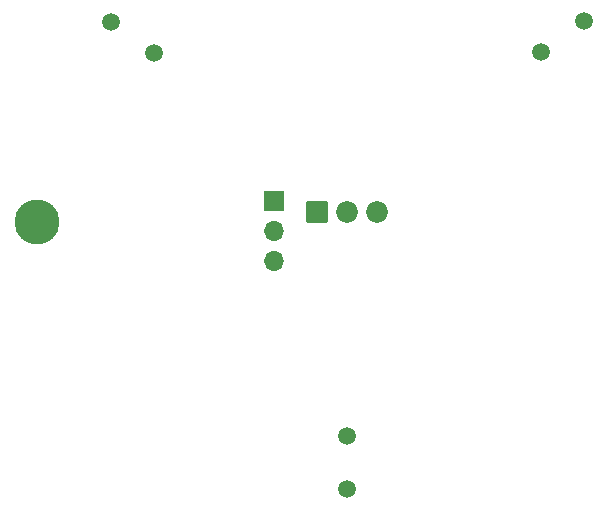
<source format=gbr>
%TF.GenerationSoftware,KiCad,Pcbnew,8.0.6*%
%TF.CreationDate,2024-11-01T20:33:52-04:00*%
%TF.ProjectId,FlexGlO,466c6578-476c-44f2-9e6b-696361645f70,rev?*%
%TF.SameCoordinates,Original*%
%TF.FileFunction,Soldermask,Bot*%
%TF.FilePolarity,Negative*%
%FSLAX46Y46*%
G04 Gerber Fmt 4.6, Leading zero omitted, Abs format (unit mm)*
G04 Created by KiCad (PCBNEW 8.0.6) date 2024-11-01 20:33:52*
%MOMM*%
%LPD*%
G01*
G04 APERTURE LIST*
G04 Aperture macros list*
%AMRoundRect*
0 Rectangle with rounded corners*
0 $1 Rounding radius*
0 $2 $3 $4 $5 $6 $7 $8 $9 X,Y pos of 4 corners*
0 Add a 4 corners polygon primitive as box body*
4,1,4,$2,$3,$4,$5,$6,$7,$8,$9,$2,$3,0*
0 Add four circle primitives for the rounded corners*
1,1,$1+$1,$2,$3*
1,1,$1+$1,$4,$5*
1,1,$1+$1,$6,$7*
1,1,$1+$1,$8,$9*
0 Add four rect primitives between the rounded corners*
20,1,$1+$1,$2,$3,$4,$5,0*
20,1,$1+$1,$4,$5,$6,$7,0*
20,1,$1+$1,$6,$7,$8,$9,0*
20,1,$1+$1,$8,$9,$2,$3,0*%
G04 Aperture macros list end*
%ADD10C,1.500000*%
%ADD11C,2.600000*%
%ADD12C,3.800000*%
%ADD13R,1.700000X1.700000*%
%ADD14O,1.700000X1.700000*%
%ADD15RoundRect,0.102000X-0.817500X-0.817500X0.817500X-0.817500X0.817500X0.817500X-0.817500X0.817500X0*%
%ADD16C,1.839000*%
G04 APERTURE END LIST*
D10*
%TO.C,JACK2*%
X140035865Y-85507450D03*
X136395288Y-88152483D03*
%TD*%
D11*
%TO.C,H1*%
X93750000Y-102500000D03*
D12*
X93750000Y-102500000D03*
%TD*%
D13*
%TO.C,USB_RAW1*%
X113800000Y-100700000D03*
D14*
X113800000Y-103240000D03*
X113800000Y-105780000D03*
%TD*%
D10*
%TO.C,JACK3*%
X119999999Y-125125000D03*
X119999999Y-120624999D03*
%TD*%
D15*
%TO.C,S1*%
X117460000Y-101700000D03*
D16*
X120000000Y-101700000D03*
X122540000Y-101700000D03*
%TD*%
D10*
%TO.C,JACK1*%
X99983282Y-85591035D03*
X103623859Y-88236068D03*
%TD*%
M02*

</source>
